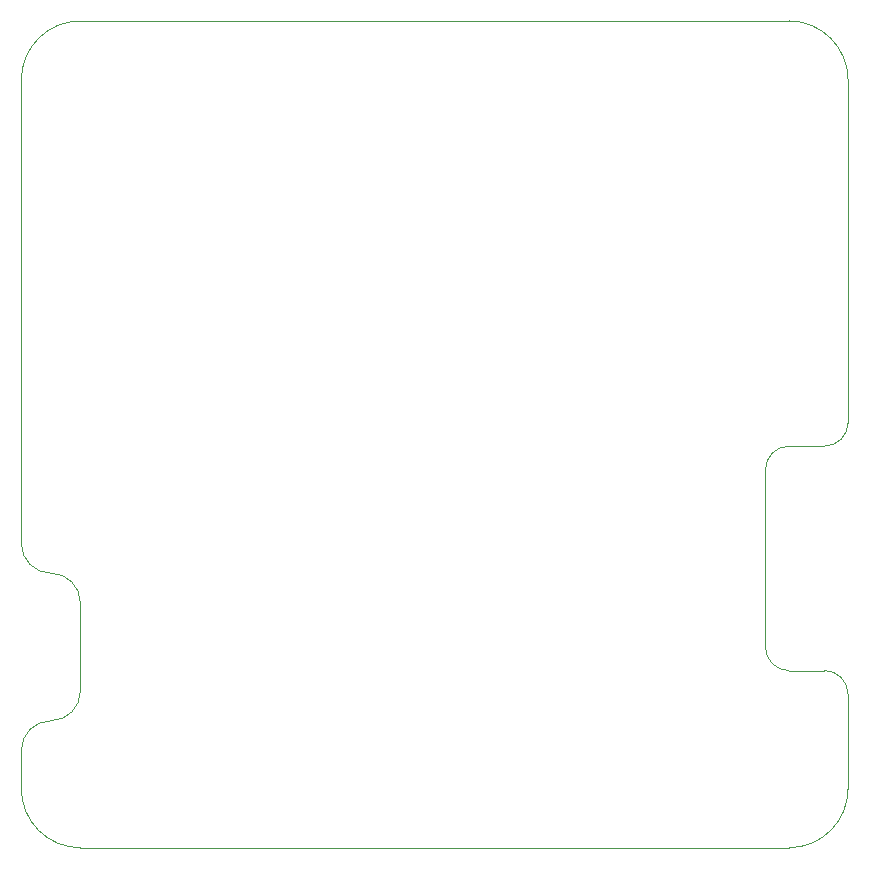
<source format=gm1>
G04 #@! TF.GenerationSoftware,KiCad,Pcbnew,(6.0.10)*
G04 #@! TF.CreationDate,2023-01-06T16:36:23-08:00*
G04 #@! TF.ProjectId,ai-camera,61692d63-616d-4657-9261-2e6b69636164,rev?*
G04 #@! TF.SameCoordinates,Original*
G04 #@! TF.FileFunction,Profile,NP*
%FSLAX46Y46*%
G04 Gerber Fmt 4.6, Leading zero omitted, Abs format (unit mm)*
G04 Created by KiCad (PCBNEW (6.0.10)) date 2023-01-06 16:36:23*
%MOMM*%
%LPD*%
G01*
G04 APERTURE LIST*
G04 #@! TA.AperFunction,Profile*
%ADD10C,0.100000*%
G04 #@! TD*
G04 APERTURE END LIST*
D10*
X165000000Y-50000000D02*
G75*
G03*
X160000000Y-45000000I-5000000J0D01*
G01*
X95000000Y-89250000D02*
G75*
G03*
X97500000Y-91750000I2500000J0D01*
G01*
X165000000Y-102000000D02*
X165000000Y-110000000D01*
X100000000Y-45000000D02*
X160000000Y-45000000D01*
X158000000Y-98000000D02*
G75*
G03*
X160000000Y-100000000I2000000J0D01*
G01*
X97500000Y-104250000D02*
G75*
G03*
X95000000Y-106750000I0J-2500000D01*
G01*
X162999999Y-80999999D02*
X160000000Y-80999999D01*
X100000000Y-45000000D02*
G75*
G03*
X95000000Y-50000000I0J-5000000D01*
G01*
X165000000Y-102000000D02*
G75*
G03*
X163000000Y-100000000I-2000000J0D01*
G01*
X95000000Y-89250000D02*
X95000000Y-50000000D01*
X100000000Y-94250000D02*
G75*
G03*
X97500000Y-91750000I-2500000J0D01*
G01*
X160000000Y-81000000D02*
G75*
G03*
X158000000Y-83000000I0J-2000000D01*
G01*
X160000000Y-100000000D02*
X163000000Y-100000000D01*
X160000000Y-115000000D02*
G75*
G03*
X165000000Y-110000000I0J5000000D01*
G01*
X100000000Y-101750000D02*
X100000000Y-94250000D01*
X95000000Y-106750000D02*
X95000000Y-110000000D01*
X165000000Y-50000000D02*
X165000000Y-78999999D01*
X95000000Y-110000000D02*
G75*
G03*
X100000000Y-115000000I5000000J0D01*
G01*
X160000000Y-115000000D02*
X100000000Y-115000000D01*
X97500000Y-104250000D02*
G75*
G03*
X100000000Y-101750000I0J2500000D01*
G01*
X162999999Y-80999999D02*
G75*
G03*
X164999999Y-78999999I1J1999999D01*
G01*
X158000000Y-83000000D02*
X158000000Y-98000000D01*
M02*

</source>
